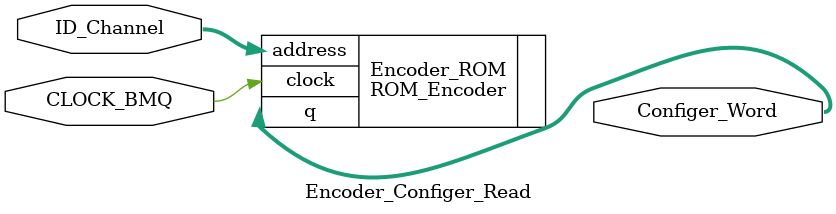
<source format=v>
module Encoder_Configer_Read(
	input 			CLOCK_BMQ,				//时钟
	input [6:0] 	ID_Channel,				//7位通道编号
	output [15:0] 	Configer_Word			//16位配置字
);

	ROM_Encoder 	Encoder_ROM(
		.address(ID_Channel),
		.clock(CLOCK_BMQ),
		.q(Configer_Word)
	);
endmodule

</source>
